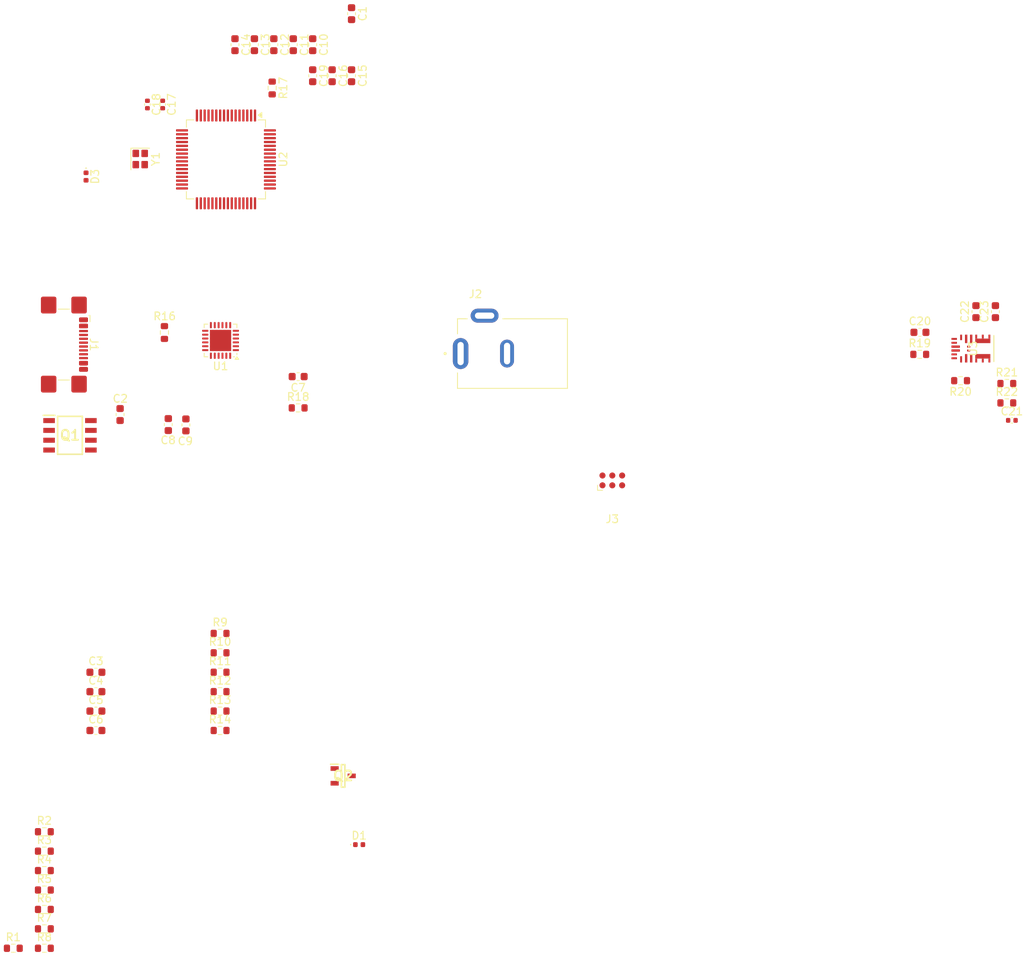
<source format=kicad_pcb>
(kicad_pcb (version 20240108) (generator "pcbnew") (generator_version "8.0")
  (layers (0 "F.Cu" signal) (31 "B.Cu" signal) (34 "B.Paste" user) (35 "F.Paste" user) (36 "B.SilkS" user "B.Silkscreen") (37 "F.SilkS" user "F.Silkscreen") (38 "B.Mask" user) (39 "F.Mask" user) (44 "Edge.Cuts" user))
  (net 0 "")
  (net 1 "Net-(C2-Pad2)")
  (net 2 "+VBUS")
  (net 3 "+3V3_VDDD")
  (net 4 "GND")
  (net 5 "+VUSB_PD")
  (net 6 "+3V3_MCU")
  (net 7 "/HSE_OUT")
  (net 8 "/HSE_IN")
  (net 9 "/NRST")
  (net 10 "Net-(U3-FB)")
  (net 11 "Net-(D1-K)")
  (net 12 "Net-(D3-A)")
  (net 13 "Net-(D3-K)")
  (net 16 "/USB_D-")
  (net 21 "/CC2")
  (net 22 "/USB_D+")
  (net 23 "/CC1")
  (net 24 "/SWDIO")
  (net 25 "/SWCLK")
  (net 26 "/SWO")
  (net 27 "Net-(Q1A-S)")
  (net 28 "/PD_FAULT")
  (net 29 "Net-(Q2-Pad3)")
  (net 30 "/ISNK_COARSE")
  (net 31 "/ISNK_FINE")
  (net 32 "/VBUS_MIN")
  (net 33 "/VBUS_MAX")
  (net 34 "/I2C#_SCL")
  (net 35 "/PD_FLIP")
  (net 36 "/I2C#_SDA")
  (net 37 "/PD_INT")
  (net 38 "/VBUS_FET_EN")
  (net 39 "Net-(U3-EN{slash}SYNC)")
  (net 40 "Net-(U3-VCC)")
  (net 41 "/MPM3630_PG")
  (net 42 "Net-(U1-VCCD)")
  (net 44 "/PD_SAFE")
  (net 46 "/PD_GPIO")
  (net 54 "Net-(U2-VCAP1)")
  (net 82 "/I2C1_SCL")
  (net 84 "/I2C1_SDA")
  (footprint "Resistor_SMD:R_0603_1608Metric" (layer "F.Cu") (at 43.04 136.935)
    (property "Reference" "R3" (at 0 -1.43 0) (layer "F.SilkS"))
    (property "Value" "DNP")
    (pad "1" smd roundrect (at -0.825 0) (size 0.8 0.95) (layers "F.Cu" "F.Paste" "F.Mask") (net 6 "+3V3_MCU"))
    (pad "2" smd roundrect (at 0.825 0) (size 0.8 0.95) (layers "F.Cu" "F.Paste" "F.Mask") (net 31 "/ISNK_FINE"))
  )
  (footprint "Resistor_SMD:R_0603_1608Metric" (layer "F.Cu") (at 156.125 72.725)
    (property "Reference" "R19" (at 0 -1.43 0) (layer "F.SilkS"))
    (property "Value" "100k")
    (pad "1" smd roundrect (at -0.825 0) (size 0.8 0.95) (layers "F.Cu" "F.Paste" "F.Mask") (net 2 "+VBUS"))
    (pad "2" smd roundrect (at 0.825 0) (size 0.8 0.95) (layers "F.Cu" "F.Paste" "F.Mask") (net 39 "Net-(U3-EN{slash}SYNC)"))
  )
  (footprint "Capacitor_SMD:C_0603_1608Metric" (layer "F.Cu") (at 49.7 118.83)
    (property "Reference" "C5" (at 0 -1.43 0) (layer "F.SilkS"))
    (property "Value" "100n")
    (pad "1" smd roundrect (at -0.775 0) (size 0.9 0.95) (layers "F.Cu" "F.Paste" "F.Mask") (net 3 "+3V3_VDDD"))
    (pad "2" smd roundrect (at 0.775 0) (size 0.9 0.95) (layers "F.Cu" "F.Paste" "F.Mask") (net 4 "GND"))
  )
  (footprint "Connector:Tag-Connect_TC2030-IDC-FP_2x03_P1.27mm_Vertical" (layer "F.Cu") (at 116.41 89.016)
    (property "Reference" "J3" (at 0 5 0) (layer "F.SilkS"))
    (property "Value" "TAG 2030")
    (pad "" np_thru_hole circle (at -2.54 -2.54) (size 2.3749 2.3749) (drill 2.3749) (layers "*.Cu" "*.Mask"))
    (pad "" np_thru_hole circle (at -2.54 0) (size 0.9906 0.9906) (drill 0.9906) (layers "*.Cu" "*.Mask"))
    (pad "" np_thru_hole circle (at -2.54 2.54) (size 2.3749 2.3749) (drill 2.3749) (layers "*.Cu" "*.Mask"))
    (pad "" np_thru_hole circle (at 0.635 -2.54) (size 2.3749 2.3749) (drill 2.3749) (layers "*.Cu" "*.Mask"))
    (pad "" np_thru_hole circle (at 0.635 2.54) (size 2.3749 2.3749) (drill 2.3749) (layers "*.Cu" "*.Mask"))
    (pad "" np_thru_hole circle (at 2.54 -1.016) (size 0.9906 0.9906) (drill 0.9906) (layers "*.Cu" "*.Mask"))
    (pad "" np_thru_hole circle (at 2.54 1.016) (size 0.9906 0.9906) (drill 0.9906) (layers "*.Cu" "*.Mask"))
    (pad "1" connect circle (at -1.27 0.635) (size 0.7874 0.7874) (layers "F.Cu" "F.Mask") (net 6 "+3V3_MCU"))
    (pad "2" connect circle (at -1.27 -0.635) (size 0.7874 0.7874) (layers "F.Cu" "F.Mask") (net 24 "/SWDIO"))
    (pad "3" connect circle (at 0 0.635) (size 0.7874 0.7874) (layers "F.Cu" "F.Mask") (net 9 "/NRST"))
    (pad "4" connect circle (at 0 -0.635) (size 0.7874 0.7874) (layers "F.Cu" "F.Mask") (net 25 "/SWCLK"))
    (pad "5" connect circle (at 1.27 0.635) (size 0.7874 0.7874) (layers "F.Cu" "F.Mask") (net 4 "GND"))
    (pad "6" connect circle (at 1.27 -0.635) (size 0.7874 0.7874) (layers "F.Cu" "F.Mask") (net 26 "/SWO"))
  )
  (footprint "Resistor_SMD:R_0603_1608Metric" (layer "F.Cu") (at 65.74 108.79)
    (property "Reference" "R9" (at 0 -1.43 0) (layer "F.SilkS"))
    (property "Value" "2.2k")
    (pad "1" smd roundrect (at -0.825 0) (size 0.8 0.95) (layers "F.Cu" "F.Paste" "F.Mask") (net 6 "+3V3_MCU"))
    (pad "2" smd roundrect (at 0.825 0) (size 0.8 0.95) (layers "F.Cu" "F.Paste" "F.Mask") (net 34 "/I2C#_SCL"))
  )
  (footprint "Capacitor_SMD:C_0603_1608Metric" (layer "F.Cu") (at 72.685 32.7 -90)
    (property "Reference" "C12" (at 0 -1.43 90) (layer "F.SilkS"))
    (property "Value" "100n")
    (pad "1" smd roundrect (at -0.775 0 270) (size 0.9 0.95) (layers "F.Cu" "F.Paste" "F.Mask") (net 6 "+3V3_MCU"))
    (pad "2" smd roundrect (at 0.775 0 270) (size 0.9 0.95) (layers "F.Cu" "F.Paste" "F.Mask") (net 4 "GND"))
  )
  (footprint "Capacitor_SMD:C_0603_1608Metric" (layer "F.Cu") (at 82.725 28.69 -90)
    (property "Reference" "C1" (at 0 -1.43 90) (layer "F.SilkS"))
    (property "Value" "4.7u")
    (pad "1" smd roundrect (at -0.775 0 270) (size 0.9 0.95) (layers "F.Cu" "F.Paste" "F.Mask") (net 6 "+3V3_MCU"))
    (pad "2" smd roundrect (at 0.775 0 270) (size 0.9 0.95) (layers "F.Cu" "F.Paste" "F.Mask") (net 4 "GND"))
  )
  (footprint "Resistor_SMD:R_0603_1608Metric" (layer "F.Cu") (at 43.04 149.485)
    (property "Reference" "R8" (at 0 -1.43 0) (layer "F.SilkS"))
    (property "Value" "2.55k")
    (pad "1" smd roundrect (at -0.825 0) (size 0.8 0.95) (layers "F.Cu" "F.Paste" "F.Mask") (net 33 "/VBUS_MAX"))
    (pad "2" smd roundrect (at 0.825 0) (size 0.8 0.95) (layers "F.Cu" "F.Paste" "F.Mask") (net 4 "GND"))
  )
  (footprint "Switching Regulator:QFN3p0x5p0x1p6_MPM3630_MNP" (layer "F.Cu") (at 163.01955 71.97615 90)
    (property "Reference" "U3" (at 0 0 90) (layer "F.SilkS"))
    (property "Value" "MPM3630GQV-Z" (hide yes))
    (fp_poly (pts (xy -1.292 0.273) (xy -0.708 0.273) (xy -0.708 2.227) (xy -1.292 2.227)) (fill solid) (layer "F.Cu"))
    (fp_poly (pts (xy 1.292 2.227) (xy 0.708 2.227) (xy 0.708 0.273) (xy 1.292 0.273)) (fill solid) (layer "F.Cu"))
    (pad "1" smd rect (at -1.394 -1.55 90) (size 0.8128 0.254) (layers "F.Cu" "F.Paste" "F.Mask") (net 10 "Net-(U3-FB)"))
    (pad "2" smd rect (at -1.254 -0.900001 90) (size 1.0922 0.3048) (layers "F.Cu" "F.Paste" "F.Mask") (net 40 "Net-(U3-VCC)"))
    (pad "3" smd rect (at -1.254 -0.25 90) (size 1.0922 0.3048) (layers "F.Cu" "F.Paste" "F.Mask") (net 4 "GND"))
    (pad "4" smd rect (at -1.546 0.4 90) (size 0.508 0.254) (layers "F.Cu" "F.Paste" "F.Mask"))
    (pad "5" smd rect (at -1.546 1.250001 90) (size 0.508 0.254) (layers "F.Cu" "F.Paste" "F.Mask"))
    (pad "6" smd rect (at -1.546 2.1 90) (size 0.508 0.254) (layers "F.Cu" "F.Paste" "F.Mask"))
    (pad "7" smd rect (at 1.546 2.1 90) (size 0.508 0.254) (layers "F.Cu" "F.Paste" "F.Mask") (net 6 "+3V3_MCU"))
    (pad "8" smd rect (at 1.546 1.250001 90) (size 0.508 0.254) (layers "F.Cu" "F.Paste" "F.Mask") (net 6 "+3V3_MCU"))
    (pad "9" smd rect (at 1.546 0.4 90) (size 0.508 0.254) (layers "F.Cu" "F.Paste" "F.Mask") (net 6 "+3V3_MCU"))
    (pad "10" smd rect (at 1.254 -0.25 90) (size 1.0922 0.3048) (layers "F.Cu" "F.Paste" "F.Mask"))
    (pad "11" smd rect (at 1.254 -0.900001 90) (size 1.0922 0.3048) (layers "F.Cu" "F.Paste" "F.Mask"))
    (pad "12" smd rect (at 1.444 -1.55 90) (size 0.7112 0.254) (layers "F.Cu" "F.Paste" "F.Mask") (net 4 "GND"))
    (pad "13" smd rect (at 1.25 -2.444 180) (size 0.7112 0.254) (layers "F.Cu" "F.Paste" "F.Mask") (net 4 "GND"))
    (pad "14" smd rect (at 0.750001 -2.444 180) (size 0.7112 0.254) (layers "F.Cu" "F.Paste" "F.Mask") (net 4 "GND"))
    (pad "15" smd rect (at 0.25 -2.254 180) (size 1.0922 0.3048) (layers "F.Cu" "F.Paste" "F.Mask"))
    (pad "16" smd rect (at -0.25 -2.254 180) (size 1.0922 0.3048) (layers "F.Cu" "F.Paste" "F.Mask") (net 2 "+VBUS"))
    (pad "17" smd rect (at -0.750001 -2.444 180) (size 0.7112 0.254) (layers "F.Cu" "F.Paste" "F.Mask") (net 39 "Net-(U3-EN{slash}SYNC)"))
    (pad "18" smd rect (at -1.25 -2.444 180) (size 0.7112 0.254) (layers "F.Cu" "F.Paste" "F.Mask") (net 41 "/MPM3630_PG"))
    (pad "19" smd rect (at -0.25 -0.575 90) (size 0.254 0.4064) (layers "F.Cu" "F.Paste" "F.Mask"))
    (pad "20" smd rect (at 0.25 -0.575 90) (size 0.254 0.4064) (layers "F.Cu" "F.Paste" "F.Mask"))
  )
  (footprint "Diode_SMD:D_0402_1005Metric" (layer "F.Cu") (at 83.705 136.09)
    (property "Reference" "D1" (at 0 -1.17 0) (layer "F.SilkS"))
    (property "Value" "RED")
    (pad "1" smd roundrect (at -0.485 0) (size 0.59 0.64) (layers "F.Cu" "F.Paste" "F.Mask") (net 11 "Net-(D1-K)"))
    (pad "2" smd roundrect (at 0.485 0) (size 0.59 0.64) (layers "F.Cu" "F.Paste" "F.Mask") (net 6 "+3V3_MCU"))
  )
  (footprint "Resistor_SMD:R_0603_1608Metric" (layer "F.Cu") (at 65.74 113.81)
    (property "Reference" "R11" (at 0 -1.43 0) (layer "F.SilkS"))
    (property "Value" "2.2k")
    (pad "1" smd roundrect (at -0.825 0) (size 0.8 0.95) (layers "F.Cu" "F.Paste" "F.Mask") (net 6 "+3V3_MCU"))
    (pad "2" smd roundrect (at 0.825 0) (size 0.8 0.95) (layers "F.Cu" "F.Paste" "F.Mask") (net 36 "/I2C#_SDA"))
  )
  (footprint "Capacitor_SMD:C_0603_1608Metric" (layer "F.Cu") (at 70.175 32.7 -90)
    (property "Reference" "C13" (at 0 -1.43 90) (layer "F.SilkS"))
    (property "Value" "100n")
    (pad "1" smd roundrect (at -0.775 0 270) (size 0.9 0.95) (layers "F.Cu" "F.Paste" "F.Mask") (net 6 "+3V3_MCU"))
    (pad "2" smd roundrect (at 0.775 0 270) (size 0.9 0.95) (layers "F.Cu" "F.Paste" "F.Mask") (net 4 "GND"))
  )
  (footprint "Capacitor_SMD:C_0603_1608Metric" (layer "F.Cu") (at 156.15 69.875)
    (property "Reference" "C20" (at 0 -1.43 360) (layer "F.SilkS"))
    (property "Value" "22u")
    (pad "1" smd roundrect (at -0.775 0) (size 0.9 0.95) (layers "F.Cu" "F.Paste" "F.Mask") (net 2 "+VBUS"))
    (pad "2" smd roundrect (at 0.775 0) (size 0.9 0.95) (layers "F.Cu" "F.Paste" "F.Mask") (net 4 "GND"))
  )
  (footprint "Resistor_SMD:R_0603_1608Metric" (layer "F.Cu") (at 43.04 141.955)
    (property "Reference" "R5" (at 0 -1.43 0) (layer "F.SilkS"))
    (property "Value" "5.1k")
    (pad "1" smd roundrect (at -0.825 0) (size 0.8 0.95) (layers "F.Cu" "F.Paste" "F.Mask") (net 6 "+3V3_MCU"))
    (pad "2" smd roundrect (at 0.825 0) (size 0.8 0.95) (layers "F.Cu" "F.Paste" "F.Mask") (net 32 "/VBUS_MIN"))
  )
  (footprint "Capacitor_SMD:C_0402_1005Metric" (layer "F.Cu") (at 56.355 40.43 -90)
    (property "Reference" "C18" (at 0 -1.16 90) (layer "F.SilkS"))
    (property "Value" "10p")
    (pad "1" smd roundrect (at -0.48 0 270) (size 0.56 0.62) (layers "F.Cu" "F.Paste" "F.Mask") (net 8 "/HSE_IN"))
    (pad "2" smd roundrect (at 0.48 0 270) (size 0.56 0.62) (layers "F.Cu" "F.Paste" "F.Mask") (net 4 "GND"))
  )
  (footprint "Resistor_SMD:R_0603_1608Metric" (layer "F.Cu") (at 75.825 79.645)
    (property "Reference" "R18" (at 0 -1.43 0) (layer "F.SilkS"))
    (property "Value" "1k")
    (pad "1" smd roundrect (at -0.825 0) (size 0.8 0.95) (layers "F.Cu" "F.Paste" "F.Mask") (net 1 "Net-(C2-Pad2)"))
    (pad "2" smd roundrect (at 0.825 0) (size 0.8 0.95) (layers "F.Cu" "F.Paste" "F.Mask") (net 38 "/VBUS_FET_EN"))
  )
  (footprint "Package_DFN_QFN:QFN-24-1EP_4x4mm_P0.5mm_EP2.75x2.75mm" (layer "F.Cu") (at 65.8 70.925 180)
    (property "Reference" "U1" (at 0 -3.33 180) (layer "F.SilkS"))
    (property "Value" "CYPD3177-24LQ")
    (pad "1" smd roundrect (at -1.975 -1.25 180) (size 0.8 0.25) (layers "F.Cu" "F.Paste" "F.Mask") (net 32 "/VBUS_MIN"))
    (pad "2" smd roundrect (at -1.975 -0.75 180) (size 0.8 0.25) (layers "F.Cu" "F.Paste" "F.Mask") (net 33 "/VBUS_MAX"))
    (pad "3" smd roundrect (at -1.975 -0.25 180) (size 0.8 0.25) (layers "F.Cu" "F.Paste" "F.Mask") (net 38 "/VBUS_FET_EN"))
    (pad "4" smd roundrect (at -1.975 0.25 180) (size 0.8 0.25) (layers "F.Cu" "F.Paste" "F.Mask") (net 44 "/PD_SAFE"))
    (pad "5" smd roundrect (at -1.975 0.75 180) (size 0.8 0.25) (layers "F.Cu" "F.Paste" "F.Mask") (net 30 "/ISNK_COARSE"))
    (pad "6" smd roundrect (at -1.975 1.25 180) (size 0.8 0.25) (layers "F.Cu" "F.Paste" "F.Mask") (net 31 "/ISNK_FINE"))
    (pad "7" smd roundrect (at -1.25 1.975 180) (size 0.25 0.8) (layers "F.Cu" "F.Paste" "F.Mask") (net 37 "/PD_INT"))
    (pad "8" smd roundrect (at -0.75 1.975 180) (size 0.25 0.8) (layers "F.Cu" "F.Paste" "F.Mask") (net 46 "/PD_GPIO"))
    (pad "9" smd roundrect (at -0.25 1.975 180) (size 0.25 0.8) (layers "F.Cu" "F.Paste" "F.Mask") (net 28 "/PD_FAULT"))
    (pad "10" smd roundrect (at 0.25 1.975 180) (size 0.25 0.8) (layers "F.Cu" "F.Paste" "F.Mask") (net 35 "/PD_FLIP"))
    (pad "11" smd roundrect (at 0.75 1.975 180) (size 0.25 0.8) (layers "F.Cu" "F.Paste" "F.Mask") (net 5 "+VUSB_PD"))
    (pad "12" smd roundrect (at 1.25 1.975 180) (size 0.25 0.8) (layers "F.Cu" "F.Paste" "F.Mask") (net 36 "/I2C#_SDA"))
    (pad "13" smd roundrect (at 1.975 1.25 180) (size 0.8 0.25) (layers "F.Cu" "F.Paste" "F.Mask") (net 34 "/I2C#_SCL"))
    (pad "14" smd roundrect (at 1.975 0.75 180) (size 0.8 0.25) (layers "F.Cu" "F.Paste" "F.Mask") (net 21 "/CC2"))
    (pad "15" smd roundrect (at 1.975 0.25 180) (size 0.8 0.25) (layers "F.Cu" "F.Paste" "F.Mask") (net 23 "/CC1"))
    (pad "16" smd roundrect (at 1.975 -0.25 180) (size 0.8 0.25) (layers "F.Cu" "F.Paste" "F.Mask"))
    (pad "17" smd roundrect (at 1.975 -0.75 180) (size 0.8 0.25) (layers "F.Cu" "F.Paste" "F.Mask"))
    (pad "18" smd roundrect (at 1.975 -1.25 180) (size 0.8 0.25) (layers "F.Cu" "F.Paste" "F.Mask") (net 2 "+VBUS"))
    (pad "19" smd roundrect (at 1.25 -1.975 180) (size 0.25 0.8) (layers "F.Cu" "F.Paste" "F.Mask") (net 4 "GND"))
    (pad "20" smd roundrect (at 0.75 -1.975 180) (size 0.25 0.8) (layers "F.Cu" "F.Paste" "F.Mask"))
    (pad "21" smd roundrect (at 0.25 -1.975 180) (size 0.25 0.8) (layers "F.Cu" "F.Paste" "F.Mask"))
    (pad "22" smd roundrect (at -0.25 -1.975 180) (size 0.25 0.8) (layers "F.Cu" "F.Paste" "F.Mask") (net 4 "GND"))
    (pad "23" smd roundrect (at -0.75 -1.975 180) (size 0.25 0.8) (layers "F.Cu" "F.Paste" "F.Mask") (net 3 "+3V3_VDDD"))
    (pad "24" smd roundrect (at -1.25 -1.975 180) (size 0.25 0.8) (layers "F.Cu" "F.Paste" "F.Mask") (net 42 "Net-(U1-VCCD)"))
    (pad "25" smd rect (at 0 0 180) (size 2.75 2.75) (property pad_prop_heatsink) (layers "F.Cu" "F.Mask") (net 4 "GND"))
  )
  (footprint "Resistor_SMD:R_0603_1608Metric" (layer "F.Cu") (at 167.375 76.49)
    (property "Reference" "R21" (at 0 -1.43 0) (layer "F.SilkS"))
    (property "Value" "51k")
    (pad "1" smd roundrect (at -0.825 0) (size 0.8 0.95) (layers "F.Cu" "F.Paste" "F.Mask") (net 10 "Net-(U3-FB)"))
    (pad "2" smd roundrect (at 0.825 0) (size 0.8 0.95) (layers "F.Cu" "F.Paste" "F.Mask") (net 6 "+3V3_MCU"))
  )
  (footprint "MOSFET:SOIC127P600X175-8N" (layer "F.Cu") (at 46.35 83.185)
    (property "Reference" "Q1" (at 0 0 0) (layer "F.SilkS") (effects (font (size 1.27 1.27) (thickness 0.254))))
    (property "Value" "DMP3098LSD-13" (hide yes))
    (pad "1" smd rect (at -2.7 -1.905 90) (size 0.65 1.5) (layers "F.Cu" "F.Paste" "F.Mask") (net 27 "Net-(Q1A-S)"))
    (pad "2" smd rect (at -2.7 -0.635 90) (size 0.65 1.5) (layers "F.Cu" "F.Paste" "F.Mask") (net 1 "Net-(C2-Pad2)"))
    (pad "3" smd rect (at -2.7 0.635 90) (size 0.65 1.5) (layers "F.Cu" "F.Paste" "F.Mask") (net 27 "Net-(Q1A-S)"))
    (pad "4" smd rect (at -2.7 1.905 90) (size 0.65 1.5) (layers "F.Cu" "F.Paste" "F.Mask") (net 1 "Net-(C2-Pad2)"))
    (pad "5" smd rect (at 2.7 1.905 90) (size 0.65 1.5) (layers "F.Cu" "F.Paste" "F.Mask") (net 5 "+VUSB_PD"))
    (pad "6" smd rect (at 2.7 0.635 90) (size 0.65 1.5) (layers "F.Cu" "F.Paste" "F.Mask") (net 5 "+VUSB_PD"))
    (pad "7" smd rect (at 2.7 -0.635 90) (size 0.65 1.5) (layers "F.Cu" "F.Paste" "F.Mask") (net 2 "+VBUS"))
    (pad "8" smd rect (at 2.7 -1.905 90) (size 0.65 1.5) (layers "F.Cu" "F.Paste" "F.Mask") (net 2 "+VBUS"))
  )
  (footprint "Conn_Power:CUI_PJ-050AH" (layer "F.Cu") (at 96.8125 72.62)
    (property "Reference" "J2" (at 1.925 -7.685 0) (layer "F.SilkS"))
    (property "Value" "Barrel_Jack_Switch")
    (pad "1" thru_hole oval (at 0 0) (size 2 4) (drill oval 0.8 3) (layers "*.Cu" "*.Mask") (net 5 "+VUSB_PD"))
    (pad "2" thru_hole oval (at 6 0) (size 1.8 3.6) (drill oval 0.8 2.8) (layers "*.Cu" "*.Mask") (net 4 "GND"))
    (pad "3" thru_hole oval (at 3.1 -4.9) (size 3.6 1.8) (drill oval 2.5 0.8) (layers "*.Cu" "*.Mask") (net 4 "GND"))
  )
  (footprint "Resistor_SMD:R_0603_1608Metric" (layer "F.Cu") (at 43.04 144.465)
    (property "Reference" "R6" (at 0 -1.43 0) (layer "F.SilkS"))
    (property "Value" "2.55k")
    (pad "1" smd roundrect (at -0.825 0) (size 0.8 0.95) (layers "F.Cu" "F.Paste" "F.Mask") (net 32 "/VBUS_MIN"))
    (pad "2" smd roundrect (at 0.825 0) (size 0.8 0.95) (layers "F.Cu" "F.Paste" "F.Mask") (net 4 "GND"))
  )
  (footprint "Capacitor_SMD:C_0603_1608Metric" (layer "F.Cu") (at 67.665 32.7 -90)
    (property "Reference" "C14" (at 0 -1.43 90) (layer "F.SilkS"))
    (property "Value" "100n")
    (pad "1" smd roundrect (at -0.775 0 270) (size 0.9 0.95) (layers "F.Cu" "F.Paste" "F.Mask") (net 6 "+3V3_MCU"))
    (pad "2" smd roundrect (at 0.775 0 270) (size 0.9 0.95) (layers "F.Cu" "F.Paste" "F.Mask") (net 4 "GND"))
  )
  (footprint "Resistor_SMD:R_0603_1608Metric" (layer "F.Cu") (at 39.03 149.485)
    (property "Reference" "R1" (at 0 -1.43 0) (layer "F.SilkS"))
    (property "Value" "5.1k")
    (pad "1" smd roundrect (at -0.825 0) (size 0.8 0.95) (layers "F.Cu" "F.Paste" "F.Mask") (net 6 "+3V3_MCU"))
    (pad "2" smd roundrect (at 0.825 0) (size 0.8 0.95) (layers "F.Cu" "F.Paste" "F.Mask") (net 30 "/ISNK_COARSE"))
  )
  (footprint "Package_QFP:LQFP-64_10x10mm_P0.5mm" (layer "F.Cu") (at 66.5 47.525 -90)
    (property "Reference" "U2" (at 0 -7.4 90) (layer "F.SilkS"))
    (property "Value" "STM32F401RCTx")
    (pad "1" smd roundrect (at -5.675 -3.75 270) (size 1.55 0.3) (layers "F.Cu" "F.Paste" "F.Mask") (net 6 "+3V3_MCU"))
    (pad "2" smd roundrect (at -5.675 -3.25 270) (size 1.55 0.3) (layers "F.Cu" "F.Paste" "F.Mask"))
    (pad "3" smd roundrect (at -5.675 -2.75 270) (size 1.55 0.3) (layers "F.Cu" "F.Paste" "F.Mask"))
    (pad "4" smd roundrect (at -5.675 -2.25 270) (size 1.55 0.3) (layers "F.Cu" "F.Paste" "F.Mask"))
    (pad "5" smd roundrect (at -5.675 -1.75 270) (size 1.55 0.3) (layers "F.Cu" "F.Paste" "F.Mask") (net 7 "/HSE_OUT"))
    (pad "6" smd roundrect (at -5.675 -1.25 270) (size 1.55 0.3) (layers "F.Cu" "F.Paste" "F.Mask") (net 8 "/HSE_IN"))
    (pad "7" smd roundrect (at -5.675 -0.75 270) (size 1.55 0.3) (layers "F.Cu" "F.Paste" "F.Mask") (net 9 "/NRST"))
    (pad "8" smd roundrect (at -5.675 -0.25 270) (size 1.55 0.3) (layers "F.Cu" "F.Paste" "F.Mask"))
    (pad "9" smd roundrect (at -5.675 0.25 270) (size 1.55 0.3) (layers "F.Cu" "F.Paste" "F.Mask"))
    (pad "10" smd roundrect (at -5.675 0.75 270) (size 1.55 0.3) (layers "F.Cu" "F.Paste" "F.Mask"))
    (pad "11" smd roundrect (at -5.675 1.25 270) (size 1.55 0.3) (layers "F.Cu" "F.Paste" "F.Mask"))
    (pad "12" smd roundrect (at -5.675 1.75 270) (size 1.55 0.3) (layers "F.Cu" "F.Paste" "F.Mask") (net 4 "GND"))
    (pad "13" smd roundrect (at -5.675 2.25 270) (size 1.55 0.3) (layers "F.Cu" "F.Paste" "F.Mask") (net 6 "+3V3_MCU"))
    (pad "14" smd roundrect (at -5.675 2.75 270) (size 1.55 0.3) (layers "F.Cu" "F.Paste" "F.Mask"))
    (pad "15" smd roundrect (at -5.675 3.25 270) (size 1.55 0.3) (layers "F.Cu" "F.Paste" "F.Mask"))
    (pad "16" smd roundrect (at -5.675 3.75 270) (size 1.55 0.3) (layers "F.Cu" "F.Paste" "F.Mask"))
    (pad "17" smd roundrect (at -3.75 5.675 270) (size 0.3 1.55) (layers "F.Cu" "F.Paste" "F.Mask"))
    (pad "18" smd roundrect (at -3.25 5.675 270) (size 0.3 1.55) (layers "F.Cu" "F.Paste" "F.Mask") (net 4 "GND"))
    (pad "19" smd roundrect (at -2.75 5.675 270) (size 0.3 1.55) (layers "F.Cu" "F.Paste" "F.Mask") (net 6 "+3V3_MCU"))
    (pad "20" smd roundrect (at -2.25 5.675 270) (size 0.3 1.55) (layers "F.Cu" "F.Paste" "F.Mask"))
    (pad "21" smd roundrect (at -1.75 5.675 270) (size 0.3 1.55) (layers "F.Cu" "F.Paste" "F.Mask"))
    (pad "22" smd roundrect (at -1.25 5.675 270) (size 0.3 1.55) (layers "F.Cu" "F.Paste" "F.Mask") (net 35 "/PD_FLIP"))
    (pad "23" smd roundrect (at -0.75 5.675 270) (size 0.3 1.55) (layers "F.Cu" "F.Paste" "F.Mask") (net 44 "/PD_SAFE"))
    (pad "24" smd roundrect (at -0.25 5.675 270) (size 0.3 1.55) (layers "F.Cu" "F.Paste" "F.Mask"))
    (pad "25" smd roundrect (at 0.25 5.675 270) (size 0.3 1.55) (layers "F.Cu" "F.Paste" "F.Mask"))
    (pad "26" smd roundrect (at 0.75 5.675 270) (size 0.3 1.55) (layers "F.Cu" "F.Paste" "F.Mask") (net 12 "Net-(D3-A)"))
    (pad "27" smd roundrect (at 1.25 5.675 270) (size 0.3 1.55) (layers "F.Cu" "F.Paste" "F.Mask"))
    (pad "28" smd roundrect (at 1.75 5.675 270) (size 0.3 1.55) (layers "F.Cu" "F.Paste" "F.Mask"))
    (pad "29" smd roundrect (at 2.25 5.675 270) (size 0.3 1.55) (layers "F.Cu" "F.Paste" "F.Mask"))
    (pad "30" smd roundrect (at 2.75 5.675 270) (size 0.3 1.55) (layers "F.Cu" "F.Paste" "F.Mask") (net 54 "Net-(U2-VCAP1)"))
    (pad "31" smd roundrect (at 3.25 5.675 270) (size 0.3 1.55) (layers "F.Cu" "F.Paste" "F.Mask") (net 4 "GND"))
    (pad "32" smd roundrect (at 3.75 5.675 270) (size 0.3 1.55) (layers "F.Cu" "F.Paste" "F.Mask") (net 6 "+3V3_MCU"))
    (pad "33" smd roundrect (at 5.675 3.75 270) (size 1.55 0.3) (layers "F.Cu" "F.Paste" "F.Mask"))
    (pad "34" smd roundrect (at 5.675 3.25 270) (size 1.55 0.3) (layers "F.Cu" "F.Paste" "F.Mask"))
    (pad "35" smd roundrect (at 5.675 2.75 270) (size 1.55 0.3) (layers "F.Cu" "F.Paste" "F.Mask"))
    (pad "36" smd roundrect (at 5.675 2.25 270) (size 1.55 0.3) (layers "F.Cu" "F.Paste" "F.Mask"))
    (pad "37" smd roundrect (at 5.675 1.75 270) (size 1.55 0.3) (layers "F.Cu" "F.Paste" "F.Mask"))
    (pad "38" smd roundrect (at 5.675 1.25 270) (size 1.55 0.3) (layers "F.Cu" "F.Paste" "F.Mask"))
    (pad "39" smd roundrect (at 5.675 0.75 270) (size 1.55 0.3) (layers "F.Cu" "F.Paste" "F.Mask"))
    (pad "40" smd roundrect (at 5.675 0.25 270) (size 1.55 0.3) (layers "F.Cu" "F.Paste" "F.Mask"))
    (pad "41" smd roundrect (at 5.675 -0.25 270) (size 1.55 0.3) (layers "F.Cu" "F.Paste" "F.Mask") (net 28 "/PD_FAULT"))
    (pad "42" smd roundrect (at 5.675 -0.75 270) (size 1.55 0.3) (layers "F.Cu" "F.Paste" "F.Mask") (net 46 "/PD_GPIO"))
    (pad "43" smd roundrect (at 5.675 -1.25 270) (size 1.55 0.3) (layers "F.Cu" "F.Paste" "F.Mask") (net 37 "/PD_INT"))
    (pad "44" smd roundrect (at 5.675 -1.75 270) (size 1.55 0.3) (layers "F.Cu" "F.Paste" "F.Mask") (net 16 "/USB_D-"))
    (pad "45" smd roundrect (at 5.675 -2.25 270) (size 1.55 0.3) (layers "F.Cu" "F.Paste" "F.Mask") (net 22 "/USB_D+"))
    (pad "46" smd roundrect (at 5.675 -2.75 270) (size 1.55 0.3) (layers "F.Cu" "F.Paste" "F.Mask") (net 24 "/SWDIO"))
    (pad "47" smd roundrect (at 5.675 -3.25 270) (size 1.55 0.3) (layers "F.Cu" "F.Paste" "F.Mask") (net 4 "GND"))
    (pad "48" smd roundrect (at 5.675 -3.75 270) (size 1.55 0.3) (layers "F.Cu" "F.Paste" "F.Mask") (net 6 "+3V3_MCU"))
    (pad "49" smd roundrect (at 3.75 -5.675 270) (size 0.3 1.55) (layers "F.Cu" "F.Paste" "F.Mask") (net 25 "/SWCLK"))
    (pad "50" smd roundrect (at 3.25 -5.675 270) (size 0.3 1.55) (layers "F.Cu" "F.Paste" "F.Mask") (net 35 "/PD_FLIP"))
    (pad "51" smd roundrect (at 2.75 -5.675 270) (size 0.3 1.55) (layers "F.Cu" "F.Paste" "F.Mask"))
    (pad "52" smd roundrect (at 2.25 -5.675 270) (size 0.3 1.55) (layers "F.Cu" "F.Paste" "F.Mask"))
    (pad "53" smd roundrect (at 1.75 -5.675 270) (size 0.3 1.55) (layers "F.Cu" "F.Paste" "F.Mask"))
    (pad "54" smd roundrect (at 1.25 -5.675 270) (size 0.3 1.55) (layers "F.Cu" "F.Paste" "F.Mask"))
    (pad "55" smd roundrect (at 0.75 -5.675 270) (size 0.3 1.55) (layers "F.Cu" "F.Paste" "F.Mask") (net 26 "/SWO"))
    (pad "56" smd roundrect (at 0.25 -5.675 270) (size 0.3 1.55) (layers "F.Cu" "F.Paste" "F.Mask"))
    (pad "57" smd roundrect (at -0.25 -5.675 270) (size 0.3 1.55) (layers "F.Cu" "F.Paste" "F.Mask"))
    (pad "58" smd roundrect (at -0.75 -5.675 270) (size 0.3 1.55) (layers "F.Cu" "F.Paste" "F.Mask") (net 82 "/I2C1_SCL"))
    (pad "59" smd roundrect (at -1.25 -5.675 270) (size 0.3 1.55) (layers "F.Cu" "F.Paste" "F.Mask") (net 84 "/I2C1_SDA"))
    (pad "60" smd roundrect (at -1.75 -5.675 270) (size 0.3 1.55) (layers "F.Cu" "F.Paste" "F.Mask") (net 4 "GND"))
    (pad "61" smd roundrect (at -2.25 -5.675 270) (size 0.3 1.55) (layers "F.Cu" "F.Paste" "F.Mask"))
    (pad "62" smd roundrect (at -2.75 -5.675 270) (size 0.3 1.55) (layers "F.Cu" "F.Paste" "F.Mask"))
    (pad "63" smd roundrect (at -3.25 -5.675 270) (size 0.3 1.55) (layers "F.Cu" "F.Paste" "F.Mask") (net 4 "GND"))
    (pad "64" smd roundrect (at -3.75 -5.675 270) (size 0.3 1.55) (layers "F.Cu" "F.Paste" "F.Mask") (net 6 "+3V3_MCU"))
  )
  (footprint "Capacitor_SMD:C_0603_1608Metric" (layer "F.Cu") (at 61.325 81.845 -90)
    (property "Reference" "C9" (at 2.1 0.075 180) (layer "F.SilkS"))
    (property "Value" "100n")
    (pad "1" smd roundrect (at -0.775 0 270) (size 0.9 0.95) (layers "F.Cu" "F.Paste" "F.Mask") (net 2 "+VBUS"))
    (pad "2" smd roundrect (at 0.775 0 270) (size 0.9 0.95) (layers "F.Cu" "F.Paste" "F.Mask") (net 4 "GND"))
  )
  (footprint "Resistor_SMD:R_0603_1608Metric" (layer "F.Cu") (at 43.04 134.425)
    (property "Reference" "R2" (at 0 -1.43 0) (layer "F.SilkS"))
    (property "Value" "5.1k")
    (pad "1" smd roundrect (at -0.825 0) (size 0.8 0.95) (layers "F.Cu" "F.Paste" "F.Mask") (net 30 "/ISNK_COARSE"))
    (pad "2" smd roundrect (at 0.825 0) (size 0.8 0.95) (layers "F.Cu" "F.Paste" "F.Mask") (net 4 "GND"))
  )
  (footprint "MOSFET:SOT95P230X110-3N" (layer "F.Cu") (at 81.64 127.205)
    (property "Reference" "Q2" (at 0 0 0) (layer "F.SilkS") (effects (font (size 1.27 1.27) (thickness 0.254))))
    (property "Value" "2N7002NXAKR" (hide yes))
    (pad "1" smd rect (at -1.1 -0.95 90) (size 0.6 1.05) (layers "F.Cu" "F.Paste" "F.Mask") (net 28 "/PD_FAULT"))
    (pad "2" smd rect (at -1.1 0.95 90) (size 0.6 1.05) (layers "F.Cu" "F.Paste" "F.Mask") (net 4 "GND"))
    (pad "3" smd rect (at 1.1 0 90) (size 0.6 1.05) (layers "F.Cu" "F.Paste" "F.Mask") (net 29 "Net-(Q2-Pad3)"))
  )
  (footprint "Resistor_SMD:R_0603_1608Metric" (layer "F.Cu") (at 72.47 38.295 -90)
    (property "Reference" "R17" (at 0 -1.43 90) (layer "F.SilkS"))
    (property "Value" "2.2k")
    (pad "1" smd roundrect (at -0.825 0 270) (size 0.8 0.95) (layers "F.Cu" "F.Paste" "F.Mask") (net 4 "GND"))
    (pad "2" smd roundrect (at 0.825 0 270) (size 0.8 0.95) (layers "F.Cu" "F.Paste" "F.Mask") (net 13 "Net-(D3-K)"))
  )
  (footprint "Capacitor_SMD:C_0603_1608Metric" (layer "F.Cu") (at 75.195 32.7 -90)
    (property "Reference" "C11" (at 0 -1.43 90) (layer "F.SilkS"))
    (property "Value" "100n")
    (pad "1" smd roundrect (at -0.775 0 270) (size 0.9 0.95) (layers "F.Cu" "F.Paste" "F.Mask") (net 6 "+3V3_MCU"))
    (pad "2" smd roundrect (at 0.775 0 270) (size 0.9 0.95) (layers "F.Cu" "F.Paste" "F.Mask") (net 4 "GND"))
  )
  (footprint "Capacitor_SMD:C_0603_1608Metric" (layer "F.Cu") (at 165.9 67.2 90)
    (property "Reference" "C23" (at 0 -1.43 270) (layer "F.SilkS"))
    (property "Value" "22u")
    (pad "1" smd roundrect (at -0.775 0 90) (size 0.9 0.95) (layers "F.Cu" "F.Paste" "F.Mask") (net 6 "+3V3_MCU"))
    (pad "2" smd roundrect (at 0.775 0 90) (size 0.9 0.95) (layers "F.Cu" "F.Paste" "F.Mask") (net 4 "GND"))
  )
  (footprint "Capacitor_SMD:C_0603_1608Metric" (layer "F.Cu") (at 52.825 80.5 90)
    (property "Reference" "C2" (at 2.05 0.025 360) (layer "F.SilkS"))
    (property "Value" "1u")
    (pad "1" smd roundrect (at -0.775 0 90) (size 0.9 0.95) (layers "F.Cu" "F.Paste" "F.Mask") (net 2 "+VBUS"))
    (pad "2" smd roundrect (at 0.775 0 90) (size 0.9 0.95) (layers "F.Cu" "F.Paste" "F.Mask") (net 1 "Net-(C2-Pad2)"))
  )
  (footprint "Capacitor_SMD:C_0603_1608Metric" (layer "F.Cu") (at 77.705 32.7 -90)
    (property "Reference" "C10" (at 0 -1.43 90) (layer "F.SilkS"))
    (property "Value" "100n")
    (pad "1" smd roundrect (at -0.775 0 270) (size 0.9 0.95) (layers "F.Cu" "F.Paste" "F.Mask") (net 6 "+3V3_MCU"))
    (pad "2" smd roundrect (at 0.775 0 270) (size 0.9 0.95) (layers "F.Cu" "F.Paste" "F.Mask") (net 4 "GND"))
  )
  (footprint "Resistor_SMD:R_0603_1608Metric" (layer "F.Cu") (at 43.04 139.445)
    (property "Reference" "R4" (at 0 -1.43 0) (layer "F.SilkS"))
    (property "Value" "DNP")
    (pad "1" smd roundrect (at -0.825 0) (size 0.8 0.95) (layers "F.Cu" "F.Paste" "F.Mask") (net 31 "/ISNK_FINE"))
    (pad "2" smd roundrect (at 0.825 0) (size 0.8 0.95) (layers "F.Cu" "F.Paste" "F.Mask") (net 4 "GND"))
  )
  (footprint "Capacitor_SMD:C_0402_1005Metric" (layer "F.Cu") (at 58.325 40.43 -90)
    (property "Reference" "C17" (at 0 -1.16 90) (layer "F.SilkS"))
    (property "Value" "10p")
    (pad "1" smd roundrect (at -0.48 0 270) (size 0.56 0.62) (layers "F.Cu" "F.Paste" "F.Mask") (net 7 "/HSE_OUT"))
    (pad "2" smd roundrect (at 0.48 0 270) (size 0.56 0.62) (layers "F.Cu" "F.Paste" "F.Mask") (net 4 "GND"))
  )
  (footprint "Capacitor_SMD:C_0603_1608Metric" (layer "F.Cu") (at 59.05 81.795 -90)
    (property "Reference" "C8" (at 2.025 0.025 180) (layer "F.SilkS"))
    (property "Value" "4.7u")
    (pad "1" smd roundrect (at -0.775 0 270) (size 0.9 0.95) (layers "F.Cu" "F.Paste" "F.Mask") (net 2 "+VBUS"))
    (pad "2" smd roundrect (at 0.775 0 270) (size 0.9 0.95) (layers "F.Cu" "F.Paste" "F.Mask") (net 4 "GND"))
  )
  (footprint "Capacitor_SMD:C_0603_1608Metric" (layer "F.Cu") (at 77.705 36.71 -90)
    (property "Reference" "C19" (at 0 -1.43 90) (layer "F.SilkS"))
    (property "Value" "100n")
    (pad "1" smd roundrect (at -0.775 0 270) (size 0.9 0.95) (layers "F.Cu" "F.Paste" "F.Mask") (net 9 "/NRST"))
    (pad "2" smd roundrect (at 0.775 0 270) (size 0.9 0.95) (layers "F.Cu" "F.Paste" "F.Mask") (net 4 "GND"))
  )
  (footprint "Connector_USB:USB_C_Receptacle_GCT_USB4110" (layer "F.Cu") (at 44.42 71.46 -90)
    (property "Reference" "J1" (at 0 -5.015 -90) (layer "F.SilkS"))
    (property "Value" "USB_C_Receptacle_USB2.0_16P" (hide yes))
    (pad "" np_thru_hole circle (at -2.89 -2.605 270) (size 0.65 0.65) (drill 0.65) (layers "F&B.Cu" "*.Mask"))
    (pad "" np_thru_hole circle (at 2.89 -2.605 270) (size 0.65 0.65) (drill 0.65) (layers "F&B.Cu" "*.Mask"))
    (pad "A1" smd roundrect (at -3.2 -3.68 270) (size 0.6 1.15) (layers "F.Cu" "F.Paste" "F.Mask") (net 4 "GND"))
    (pad "A4" smd roundrect (at -2.4 -3.68 270) (size 0.6 1.15) (layers "F.Cu" "F.Paste" "F.Mask") (net 2 "+VBUS"))
    (pad "A5" smd roundrect (at -1.25 -3.68 270) (size 0.3 1.15) (layers "F.Cu" "F.Paste" "F.Mask") (net 23 "/CC1"))
    (pad "A6" smd roundrect (at -0.25 -3.68 270) (size 0.3 1.15) (layers "F.Cu" "F.Paste" "F.Mask") (net 22 "/USB_D+"))
    (pad "A7" smd roundrect (at 0.25 -3.68 270) (size 0.3 1.15) (layers "F.Cu" "F.Paste" "F.Mask") (net 16 "/USB_D-"))
    (pad "A8" smd roundrect (at 1.25 -3.68 270) (size 0.3 1.15) (layers "F.Cu" "F.Paste" "F.Mask"))
    (pad "A9" smd roundrect (at 2.4 -3.68 270) (size 0.6 1.15) (layers "F.Cu" "F.Paste" "F.Mask") (net 2 "+VBUS"))
    (pad "A12" smd roundrect (at 3.2 -3.68 270) (size 0.6 1.15) (layers "F.Cu" "F.Paste" "F.Mask") (net 4 "GND"))
    (pad "B1" smd roundrect (at 3.2 -3.68 270) (size 0.6 1.15) (layers "F.Cu" "F.Paste" "F.Mask") (net 4 "GND"))
    (pad "B4" smd roundrect (at 2.4 -3.68 270) (size 0.6 1.15) (layers "F.Cu" "F.Paste" "F.Mask") (net 2 "+VBUS"))
    (pad "B5" smd roundrect (at 1.75 -3.68 270) (size 0.3 1.15) (layers "F.Cu" "F.Paste" "F.Mask") (net 21 "/CC2"))
    (pad "B6" smd roundrect (at 0.75 -3.68 270) (size 0.3 1.15) (layers "F.Cu" "F.Paste" "F.Mask") (net 22 "/USB_D+"))
    (pad "B7" smd roundrect (at -0.75 -3.68 270) (size 0.3 1.15) (layers "F.Cu" "F.Paste" "F.Mask") (net 16 "/USB_D-"))
    (pad "B8" smd roundrect (at -1.75 -3.68 270) (size 0.3 1.15) (layers "F.Cu" "F.Paste" "F.Mask"))
    (pad "B9" smd roundrect (at -2.4 -3.68 270) (size 0.6 1.15) (layers "F.Cu" "F.Paste" "F.Mask") (net 2 "+VBUS"))
    (pad "B12" smd roundrect (at -3.2 -3.68 270) (size 0.6 1.15) (layers "F.Cu" "F.Paste" "F.Mask") (net 4 "GND"))
    (pad "S1" smd roundrect (at -5.11 -3.105 270) (size 2.18 2) (layers "F.Cu" "F.Paste" "F.Mask") (roundrect_rratio 0.125))
    (pad "S1" smd roundrect (at -5.11 0.825 270) (size 2.18 2) (layers "F.Cu" "F.Paste" "F.Mask") (roundrect_rratio 0.125))
    (pad "S1" smd roundrect (at 5.11 -3.105 270) (size 2.18 2) (layers "F.Cu" "F.Paste" "F.Mask") (roundrect_rratio 0.125))
    (pad "S1" smd roundrect (at 5.11 0.825 270) (size 2.18 2) (layers "F.Cu" "F.Paste" "F.Mask") (roundrect_rratio 0.125))
  )
  (footprint "Capacitor_SMD:C_0402_1005Metric" (layer "F.Cu") (at 168.025 81.25)
    (property "Reference" "C21" (at 0 -1.16 0) (layer "F.SilkS"))
    (property "Value" "22p")
    (pad "1" smd roundrect (at -0.48 0) (size 0.56 0.62) (layers "F.Cu" "F.Paste" "F.Mask") (net 10 "Net-(U3-FB)"))
    (pad "2" smd roundrect (at 0.48 0) (size 0.56 0.62) (layers "F.Cu" "F.Paste" "F.Mask") (net 6 "+3V3_MCU"))
  )
  (footprint "Capacitor_SMD:C_0603_1608Metric" (layer "F.Cu") (at 163.39 67.2 90)
    (property "Reference" "C22" (at 0 -1.43 270) (layer "F.SilkS"))
    (property "Value" "22u")
    (pad "1" smd roundrect (at -0.775 0 90) (size 0.9 0.95) (layers "F.Cu" "F.Paste" "F.Mask") (net 6 "+3V3_MCU"))
    (pad "2" smd roundrect (at 0.775 0 90) (size 0.9 0.95) (layers "F.Cu" "F.Paste" "F.Mask") (net 4 "GND"))
  )
  (footprint "Resistor_SMD:R_0603_1608Metric" (layer "F.Cu") (at 65.74 116.32)
    (property "Reference" "R12" (at 0 -1.43 0) (layer "F.SilkS"))
    (property "Value" "2.2k")
    (pad "1" smd roundrect (at -0.825 0) (size 0.8 0.95) (layers "F.Cu" "F.Paste" "F.Mask") (net 6 "+3V3_MCU"))
    (pad "2" smd roundrect (at 0.825 0) (size 0.8 0.95) (layers "F.Cu" "F.Paste" "F.Mask") (net 37 "/PD_INT"))
  )
  (footprint "Capacitor_SMD:C_0603_1608Metric" (layer "F.Cu") (at 82.725 36.71 -90)
    (property "Reference" "C15" (at 0 -1.43 90) (layer "F.SilkS"))
    (property "Value" "100n")
    (pad "1" smd roundrect (at -0.775 0 270) (size 0.9 0.95) (layers "F.Cu" "F.Paste" "F.Mask") (net 6 "+3V3_MCU"))
    (pad "2" smd roundrect (at 0.775 0 270) (size 0.9 0.95) (layers "F.Cu" "F.Paste" "F.Mask") (net 4 "GND"))
  )
  (footprint "Resistor_SMD:R_0603_1608Metric" (layer "F.Cu") (at 65.74 121.34)
    (property "Reference" "R14" (at 0 -1.43 0) (layer "F.SilkS"))
    (property "Value" "20k")
    (pad "1" smd roundrect (at -0.825 0) (size 0.8 0.95) (layers "F.Cu" "F.Paste" "F.Mask") (net 28 "/PD_FAULT"))
    (pad "2" smd roundrect (at 0.825 0) (size 0.8 0.95) (layers "F.Cu" "F.Paste" "F.Mask") (net 4 "GND"))
  )
  (footprint "Capacitor_SMD:C_0603_1608Metric" (layer "F.Cu") (at 80.215 36.71 -90)
    (property "Reference" "C16" (at 0 -1.43 90) (layer "F.SilkS"))
    (property "Value" "4.7u")
    (pad "1" smd roundrect (at -0.775 0 270) (size 0.9 0.95) (layers "F.Cu" "F.Paste" "F.Mask") (net 54 "Net-(U2-VCAP1)"))
    (pad "2" smd roundrect (at 0.775 0 270) (size 0.9 0.95) (layers "F.Cu" "F.Paste" "F.Mask") (net 4 "GND"))
  )
  (footprint "Diode_SMD:D_0402_1005Metric" (layer "F.Cu") (at 48.425 49.74 -90)
    (property "Reference" "D3" (at 0 -1.17 90) (layer "F.SilkS"))
    (property "Value" "RED")
    (pad "1" smd roundrect (at -0.485 0 270) (size 0.59 0.64) (layers "F.Cu" "F.Paste" "F.Mask") (net 13 "Net-(D3-K)"))
    (pad "2" smd roundrect (at 0.485 0 270) (size 0.59 0.64) (layers "F.Cu" "F.Paste" "F.Mask") (net 12 "Net-(D3-A)"))
  )
  (footprint "Capacitor_SMD:C_0603_1608Metric" (layer "F.Cu") (at 75.825 75.595 180)
    (property "Reference" "C7" (at 0 -1.43 180) (layer "F.SilkS"))
    (property "Value" "1u")
    (pad "1" smd roundrect (at -0.775 0 180) (size 0.9 0.95) (layers "F.Cu" "F.Paste" "F.Mask") (net 5 "+VUSB_PD"))
    (pad "2" smd roundrect (at 0.775 0 180) (size 0.9 0.95) (layers "F.Cu" "F.Paste" "F.Mask") (net 1 "Net-(C2-Pad2)"))
  )
  (footprint "Crystal:Crystal_SMD_SeikoEpson_FA128-4Pin_2.0x1.6mm" (layer "F.Cu") (at 55.425 47.475 -90)
    (property "Reference" "Y1" (at 0 -2 90) (layer "F.SilkS"))
    (property "Value" "16 MHz")
    (pad "1" smd roundrect (at -0.725 0.575 270) (size 0.95 0.85) (layers "F.Cu" "F.Paste" "F.Mask") (roundrect_rratio 0.12) (net 8 "/HSE_IN"))
    (pad "2" smd roundrect (at 0.725 0.575 270) (size 0.95 0.85) (layers "F.Cu" "F.Paste" "F.Mask") (roundrect_rratio 0.12) (net 4 "GND"))
    (pad "3" smd roundrect (at 0.725 -0.575 270) (size 0.95 0.85) (layers "F.Cu" "F.Paste" "F.Mask") (roundrect_rratio 0.12) (net 7 "/HSE_OUT"))
    (pad "4" smd roundrect (at -0.725 -0.575 270) (size 0.95 0.85) (layers "F.Cu" "F.Paste" "F.Mask") (roundrect_rratio 0.12) (net 4 "GND"))
  )
  (footprint "Resistor_SMD:R_0603_1608Metric" (layer "F.Cu") (at 161.4 76.125 180)
    (property "Reference" "R20" (at 0 -1.43 180) (layer "F.SilkS"))
    (property "Value" "1k")
    (pad "1" smd roundrect (at -0.825 0 180) (size 0.8 0.95) (layers "F.Cu" "F.Paste" "F.Mask") (net 40 "Net-(U3-VCC)"))
    (pad "2" smd roundrect (at 0.825 0 180) (size 0.8 0.95) (layers "F.Cu" "F.Paste" "F.Mask") (net 41 "/MPM3630_PG"))
  )
  (footprint "Capacitor_SMD:C_0603_1608Metric" (layer "F.Cu") (at 49.7 116.32)
    (property "Reference" "C4" (at 0 -1.43 0) (layer "F.SilkS"))
    (property "Value" "4.7u")
    (pad "1" smd roundrect (at -0.775 0) (size 0.9 0.95) (layers "F.Cu" "F.Paste" "F.Mask") (net 3 "+3V3_VDDD"))
    (pad "2" smd roundrect (at 0.775 0) (size 0.9 0.95) (layers "F.Cu" "F.Paste" "F.Mask") (net 4 "GND"))
  )
  (footprint "Resistor_SMD:R_0603_1608Metric" (layer "F.Cu") (at 65.74 111.3)
    (property "Reference" "R10" (at 0 -1.43 0) (layer "F.SilkS"))
    (property "Value" "4.7k")
    (pad "1" smd roundrect (at -0.825 0) (size 0.8 0.95) (layers "F.Cu" "F.Paste" "F.Mask") (net 6 "+3V3_MCU"))
    (pad "2" smd roundrect (at 0.825 0) (size 0.8 0.95) (layers "F.Cu" "F.Paste" "F.Mask") (net 35 "/PD_FLIP"))
  )
  (footprint "Resistor_SMD:R_0603_1608Metric" (layer "F.Cu") (at 167.375 79)
    (property "Reference" "R22" (at 0 -1.43 0) (layer "F.SilkS"))
    (property "Value" "11.3k")
    (pad "1" smd roundrect (at -0.825 0) (size 0.8 0.95) (layers "F.Cu" "F.Paste" "F.Mask") (net 10 "Net-(U3-FB)"))
    (pad "2" smd roundrect (at 0.825 0) (size 0.8 0.95) (layers "F.Cu" "F.Paste" "F.Mask") (net 4 "GND"))
  )
  (footprint "Capacitor_SMD:C_0603_1608Metric" (layer "F.Cu") (at 49.7 113.81)
    (property "Reference" "C3" (at 0 -1.43 0) (layer "F.SilkS"))
    (property "Value" "4.7u")
    (pad "1" smd roundrect (at -0.775 0) (size 0.9 0.95) (layers "F.Cu" "F.Paste" "F.Mask") (net 42 "Net-(U1-VCCD)"))
    (pad "2" smd roundrect (at 0.775 0) (size 0.9 0.95) (layers "F.Cu" "F.Paste" "F.Mask") (net 4 "GND"))
  )
  (footprint "Capacitor_SMD:C_0603_1608Metric" (layer "F.Cu") (at 49.7 121.34)
    (property "Reference" "C6" (at 0 -1.43 0) (layer "F.SilkS"))
    (property "Value" "100n")
    (pad "1" smd roundrect (at -0.775 0) (size 0.9 0.95) (layers "F.Cu" "F.Paste" "F.Mask") (net 3 "+3V3_VDDD"))
    (pad "2" smd roundrect (at 0.775 0) (size 0.9 0.95) (layers "F.Cu" "F.Paste" "F.Mask") (net 4 "GND"))
  )
  (footprint "Resistor_SMD:R_0603_1608Metric" (layer "F.Cu") (at 43.04 146.975)
    (property "Reference" "R7" (at 0 -1.43 0) (layer "F.SilkS"))
    (property "Value" "5.1k")
    (pad "1" smd roundrect (at -0.825 0) (size 0.8 0.95) (layers "F.Cu" "F.Paste" "F.Mask") (net 6 "+3V3_MCU"))
    (pad "2" smd roundrect (at 0.825 0) (size 0.8 0.95) (layers "F.Cu" "F.Paste" "F.Mask") (net 33 "/VBUS_MAX"))
  )
  (footprint "Resistor_SMD:R_0603_1608Metric" (layer "F.Cu") (at 58.55 69.9 90)
    (property "Reference" "R16" (at 2.1 0.025 0) (layer "F.SilkS"))
    (property "Value" "10k")
    (pad "1" smd roundrect (at -0.825 0 90) (size 0.8 0.95) (layers "F.Cu" "F.Paste" "F.Mask") (net 2 "+VBUS"))
    (pad "2" smd roundrect (at 0.825 0 90) (size 0.8 0.95) (layers "F.Cu" "F.Paste" "F.Mask") (net 1 "Net-(C2-Pad2)"))
  )
  (footprint "Resistor_SMD:R_0603_1608Metric" (layer "F.Cu") (at 65.74 118.83)
    (property "Reference" "R13" (at 0 -1.43 0) (layer "F.SilkS"))
    (property "Value" "2.2k")
    (pad "1" smd roundrect (at -0.825 0) (size 0.8 0.95) (layers "F.Cu" "F.Paste" "F.Mask") (net 11 "Net-(D1-K)"))
    (pad "2" smd roundrect (at 0.825 0) (size 0.8 0.95) (layers "F.Cu" "F.Paste" "F.Mask") (net 29 "Net-(Q2-Pad3)"))
  )
)
</source>
